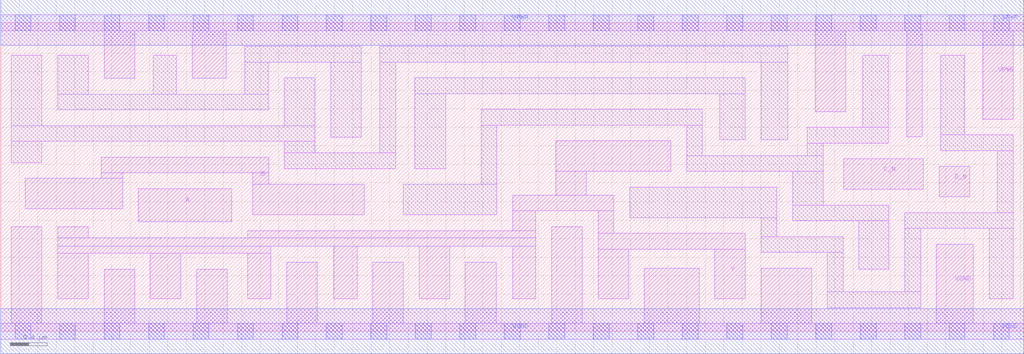
<source format=lef>
# Copyright 2020 The SkyWater PDK Authors
#
# Licensed under the Apache License, Version 2.0 (the "License");
# you may not use this file except in compliance with the License.
# You may obtain a copy of the License at
#
#     https://www.apache.org/licenses/LICENSE-2.0
#
# Unless required by applicable law or agreed to in writing, software
# distributed under the License is distributed on an "AS IS" BASIS,
# WITHOUT WARRANTIES OR CONDITIONS OF ANY KIND, either express or implied.
# See the License for the specific language governing permissions and
# limitations under the License.
#
# SPDX-License-Identifier: Apache-2.0

VERSION 5.7 ;
  NAMESCASESENSITIVE ON ;
  NOWIREEXTENSIONATPIN ON ;
  DIVIDERCHAR "/" ;
  BUSBITCHARS "[]" ;
UNITS
  DATABASE MICRONS 200 ;
END UNITS
MACRO sky130_fd_sc_ls__nor4bb_4
  CLASS CORE ;
  SOURCE USER ;
  FOREIGN sky130_fd_sc_ls__nor4bb_4 ;
  ORIGIN  0.000000  0.000000 ;
  SIZE  11.04000 BY  3.330000 ;
  SYMMETRY X Y ;
  SITE unit ;
  PIN A
    ANTENNAGATEAREA  1.116000 ;
    DIRECTION INPUT ;
    USE SIGNAL ;
    PORT
      LAYER li1 ;
        RECT 1.485000 1.180000 2.495000 1.540000 ;
    END
  END A
  PIN B
    ANTENNAGATEAREA  1.116000 ;
    DIRECTION INPUT ;
    USE SIGNAL ;
    PORT
      LAYER li1 ;
        RECT 0.265000 1.320000 1.315000 1.650000 ;
        RECT 1.085000 1.650000 1.315000 1.710000 ;
        RECT 1.085000 1.710000 2.890000 1.880000 ;
        RECT 2.720000 1.255000 3.920000 1.585000 ;
        RECT 2.720000 1.585000 2.890000 1.710000 ;
    END
  END B
  PIN C_N
    ANTENNAGATEAREA  0.363000 ;
    DIRECTION INPUT ;
    USE SIGNAL ;
    PORT
      LAYER li1 ;
        RECT 9.095000 1.530000 9.955000 1.860000 ;
    END
  END C_N
  PIN D_N
    ANTENNAGATEAREA  0.363000 ;
    DIRECTION INPUT ;
    USE SIGNAL ;
    PORT
      LAYER li1 ;
        RECT 10.125000 1.450000 10.455000 1.780000 ;
    END
  END D_N
  PIN Y
    ANTENNADIFFAREA  2.544200 ;
    DIRECTION OUTPUT ;
    USE SIGNAL ;
    PORT
      LAYER li1 ;
        RECT 0.615000 0.350000 0.945000 0.840000 ;
        RECT 0.615000 0.840000 2.915000 0.915000 ;
        RECT 0.615000 0.915000 5.775000 1.010000 ;
        RECT 0.615000 1.010000 0.945000 1.130000 ;
        RECT 1.615000 0.350000 1.945000 0.840000 ;
        RECT 2.665000 0.350000 2.915000 0.840000 ;
        RECT 2.665000 1.010000 5.775000 1.085000 ;
        RECT 3.595000 0.350000 3.845000 0.915000 ;
        RECT 4.515000 0.350000 4.845000 0.915000 ;
        RECT 5.525000 0.350000 5.775000 0.915000 ;
        RECT 5.525000 1.085000 5.775000 1.300000 ;
        RECT 5.525000 1.300000 6.615000 1.470000 ;
        RECT 5.990000 1.470000 6.320000 1.725000 ;
        RECT 5.990000 1.725000 7.230000 2.055000 ;
        RECT 6.445000 0.350000 6.775000 0.885000 ;
        RECT 6.445000 0.885000 8.035000 1.055000 ;
        RECT 6.445000 1.055000 6.615000 1.300000 ;
        RECT 7.705000 0.350000 8.035000 0.885000 ;
    END
  END Y
  PIN VGND
    DIRECTION INOUT ;
    SHAPE ABUTMENT ;
    USE GROUND ;
    PORT
      LAYER li1 ;
        RECT  0.000000 -0.085000 11.040000 0.085000 ;
        RECT  0.115000  0.085000  0.445000 1.130000 ;
        RECT  1.115000  0.085000  1.445000 0.670000 ;
        RECT  2.115000  0.085000  2.445000 0.670000 ;
        RECT  3.085000  0.085000  3.415000 0.745000 ;
        RECT  4.015000  0.085000  4.345000 0.745000 ;
        RECT  5.015000  0.085000  5.345000 0.745000 ;
        RECT  5.945000  0.085000  6.275000 1.130000 ;
        RECT  6.945000  0.085000  7.535000 0.680000 ;
        RECT  8.205000  0.085000  8.750000 0.680000 ;
        RECT 10.095000  0.085000 10.495000 0.940000 ;
      LAYER mcon ;
        RECT  0.155000 -0.085000  0.325000 0.085000 ;
        RECT  0.635000 -0.085000  0.805000 0.085000 ;
        RECT  1.115000 -0.085000  1.285000 0.085000 ;
        RECT  1.595000 -0.085000  1.765000 0.085000 ;
        RECT  2.075000 -0.085000  2.245000 0.085000 ;
        RECT  2.555000 -0.085000  2.725000 0.085000 ;
        RECT  3.035000 -0.085000  3.205000 0.085000 ;
        RECT  3.515000 -0.085000  3.685000 0.085000 ;
        RECT  3.995000 -0.085000  4.165000 0.085000 ;
        RECT  4.475000 -0.085000  4.645000 0.085000 ;
        RECT  4.955000 -0.085000  5.125000 0.085000 ;
        RECT  5.435000 -0.085000  5.605000 0.085000 ;
        RECT  5.915000 -0.085000  6.085000 0.085000 ;
        RECT  6.395000 -0.085000  6.565000 0.085000 ;
        RECT  6.875000 -0.085000  7.045000 0.085000 ;
        RECT  7.355000 -0.085000  7.525000 0.085000 ;
        RECT  7.835000 -0.085000  8.005000 0.085000 ;
        RECT  8.315000 -0.085000  8.485000 0.085000 ;
        RECT  8.795000 -0.085000  8.965000 0.085000 ;
        RECT  9.275000 -0.085000  9.445000 0.085000 ;
        RECT  9.755000 -0.085000  9.925000 0.085000 ;
        RECT 10.235000 -0.085000 10.405000 0.085000 ;
        RECT 10.715000 -0.085000 10.885000 0.085000 ;
      LAYER met1 ;
        RECT 0.000000 -0.245000 11.040000 0.245000 ;
    END
  END VGND
  PIN VPWR
    DIRECTION INOUT ;
    SHAPE ABUTMENT ;
    USE POWER ;
    PORT
      LAYER li1 ;
        RECT  0.000000 3.245000 11.040000 3.415000 ;
        RECT  1.115000 2.730000  1.445000 3.245000 ;
        RECT  2.065000 2.730000  2.435000 3.245000 ;
        RECT  8.790000 2.370000  9.120000 3.245000 ;
        RECT  9.775000 2.100000  9.945000 3.245000 ;
        RECT 10.595000 2.290000 10.925000 3.245000 ;
      LAYER mcon ;
        RECT  0.155000 3.245000  0.325000 3.415000 ;
        RECT  0.635000 3.245000  0.805000 3.415000 ;
        RECT  1.115000 3.245000  1.285000 3.415000 ;
        RECT  1.595000 3.245000  1.765000 3.415000 ;
        RECT  2.075000 3.245000  2.245000 3.415000 ;
        RECT  2.555000 3.245000  2.725000 3.415000 ;
        RECT  3.035000 3.245000  3.205000 3.415000 ;
        RECT  3.515000 3.245000  3.685000 3.415000 ;
        RECT  3.995000 3.245000  4.165000 3.415000 ;
        RECT  4.475000 3.245000  4.645000 3.415000 ;
        RECT  4.955000 3.245000  5.125000 3.415000 ;
        RECT  5.435000 3.245000  5.605000 3.415000 ;
        RECT  5.915000 3.245000  6.085000 3.415000 ;
        RECT  6.395000 3.245000  6.565000 3.415000 ;
        RECT  6.875000 3.245000  7.045000 3.415000 ;
        RECT  7.355000 3.245000  7.525000 3.415000 ;
        RECT  7.835000 3.245000  8.005000 3.415000 ;
        RECT  8.315000 3.245000  8.485000 3.415000 ;
        RECT  8.795000 3.245000  8.965000 3.415000 ;
        RECT  9.275000 3.245000  9.445000 3.415000 ;
        RECT  9.755000 3.245000  9.925000 3.415000 ;
        RECT 10.235000 3.245000 10.405000 3.415000 ;
        RECT 10.715000 3.245000 10.885000 3.415000 ;
      LAYER met1 ;
        RECT 0.000000 3.085000 11.040000 3.575000 ;
    END
  END VPWR
  OBS
    LAYER li1 ;
      RECT  0.115000 1.820000  0.445000 2.050000 ;
      RECT  0.115000 2.050000  3.390000 2.220000 ;
      RECT  0.115000 2.220000  0.445000 2.980000 ;
      RECT  0.615000 2.390000  2.885000 2.560000 ;
      RECT  0.615000 2.560000  0.945000 2.980000 ;
      RECT  1.645000 2.560000  1.895000 2.980000 ;
      RECT  2.635000 2.560000  2.885000 2.905000 ;
      RECT  2.635000 2.905000  3.890000 3.075000 ;
      RECT  3.060000 1.755000  4.260000 1.925000 ;
      RECT  3.060000 1.925000  3.390000 2.050000 ;
      RECT  3.060000 2.220000  3.390000 2.735000 ;
      RECT  3.560000 2.095000  3.890000 2.905000 ;
      RECT  4.090000 1.925000  4.260000 2.905000 ;
      RECT  4.090000 2.905000  8.490000 3.075000 ;
      RECT  4.345000 1.255000  5.355000 1.585000 ;
      RECT  4.470000 1.755000  4.800000 2.565000 ;
      RECT  4.470000 2.565000  8.035000 2.735000 ;
      RECT  5.185000 1.585000  5.355000 2.225000 ;
      RECT  5.185000 2.225000  7.570000 2.395000 ;
      RECT  6.785000 1.225000  8.375000 1.555000 ;
      RECT  7.400000 1.725000  8.875000 1.895000 ;
      RECT  7.400000 1.895000  7.570000 2.225000 ;
      RECT  7.760000 2.065000  8.035000 2.565000 ;
      RECT  8.205000 0.850000  9.090000 1.020000 ;
      RECT  8.205000 1.020000  8.375000 1.225000 ;
      RECT  8.205000 2.065000  8.490000 2.905000 ;
      RECT  8.545000 1.190000  9.585000 1.360000 ;
      RECT  8.545000 1.360000  8.875000 1.725000 ;
      RECT  8.705000 1.895000  8.875000 2.030000 ;
      RECT  8.705000 2.030000  9.575000 2.200000 ;
      RECT  8.920000 0.255000  9.925000 0.425000 ;
      RECT  8.920000 0.425000  9.090000 0.850000 ;
      RECT  9.260000 0.670000  9.585000 1.190000 ;
      RECT  9.300000 2.200000  9.575000 2.980000 ;
      RECT  9.755000 0.425000  9.925000 1.110000 ;
      RECT  9.755000 1.110000 10.925000 1.280000 ;
      RECT 10.145000 1.950000 10.925000 2.120000 ;
      RECT 10.145000 2.120000 10.395000 2.980000 ;
      RECT 10.665000 0.350000 10.925000 1.110000 ;
      RECT 10.755000 1.280000 10.925000 1.950000 ;
  END
END sky130_fd_sc_ls__nor4bb_4

</source>
